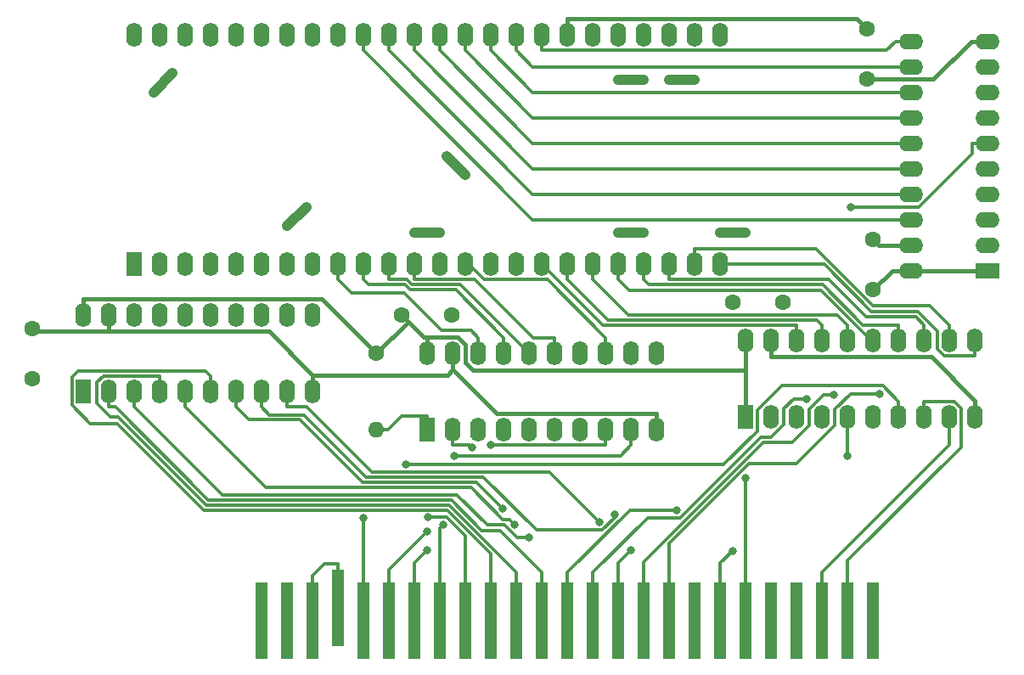
<source format=gtl>
G04 #@! TF.GenerationSoftware,KiCad,Pcbnew,(6.0.9)*
G04 #@! TF.CreationDate,2023-05-01T17:42:55+02:00*
G04 #@! TF.ProjectId,05_Cartucho_MSX_Tang_Nano_9k_Mapper,30355f43-6172-4747-9563-686f5f4d5358,rev?*
G04 #@! TF.SameCoordinates,Original*
G04 #@! TF.FileFunction,Copper,L1,Top*
G04 #@! TF.FilePolarity,Positive*
%FSLAX46Y46*%
G04 Gerber Fmt 4.6, Leading zero omitted, Abs format (unit mm)*
G04 Created by KiCad (PCBNEW (6.0.9)) date 2023-05-01 17:42:55*
%MOMM*%
%LPD*%
G01*
G04 APERTURE LIST*
G04 #@! TA.AperFunction,ComponentPad*
%ADD10C,1.600000*%
G04 #@! TD*
G04 #@! TA.AperFunction,ComponentPad*
%ADD11R,1.600000X2.400000*%
G04 #@! TD*
G04 #@! TA.AperFunction,ComponentPad*
%ADD12O,1.600000X2.400000*%
G04 #@! TD*
G04 #@! TA.AperFunction,SMDPad,CuDef*
%ADD13R,1.270000X7.620000*%
G04 #@! TD*
G04 #@! TA.AperFunction,ComponentPad*
%ADD14O,1.600000X1.600000*%
G04 #@! TD*
G04 #@! TA.AperFunction,ComponentPad*
%ADD15R,2.400000X1.600000*%
G04 #@! TD*
G04 #@! TA.AperFunction,ComponentPad*
%ADD16O,2.400000X1.600000*%
G04 #@! TD*
G04 #@! TA.AperFunction,ViaPad*
%ADD17C,0.800000*%
G04 #@! TD*
G04 #@! TA.AperFunction,Conductor*
%ADD18C,0.450000*%
G04 #@! TD*
G04 #@! TA.AperFunction,Conductor*
%ADD19C,1.000000*%
G04 #@! TD*
G04 #@! TA.AperFunction,Conductor*
%ADD20C,0.300000*%
G04 #@! TD*
G04 APERTURE END LIST*
D10*
X141605000Y-80685000D03*
X141605000Y-85685000D03*
X95250000Y-109220000D03*
X100250000Y-109220000D03*
X58420000Y-115570000D03*
X58420000Y-110570000D03*
D11*
X63505000Y-116840000D03*
D12*
X66045000Y-116840000D03*
X68585000Y-116840000D03*
X71125000Y-116840000D03*
X73665000Y-116840000D03*
X76205000Y-116840000D03*
X78745000Y-116840000D03*
X81285000Y-116840000D03*
X83825000Y-116840000D03*
X86365000Y-116840000D03*
X86365000Y-109220000D03*
X83825000Y-109220000D03*
X81285000Y-109220000D03*
X78745000Y-109220000D03*
X76205000Y-109220000D03*
X73665000Y-109220000D03*
X71125000Y-109220000D03*
X68585000Y-109220000D03*
X66045000Y-109220000D03*
X63505000Y-109220000D03*
D13*
X142240000Y-139700000D03*
X139700000Y-139700000D03*
X137160000Y-139700000D03*
X134620000Y-139700000D03*
X132080000Y-139700000D03*
X129540000Y-139700000D03*
X127000000Y-139700000D03*
X124460000Y-139700000D03*
X121920000Y-139700000D03*
X119380000Y-139700000D03*
X116840000Y-139700000D03*
X114300000Y-139700000D03*
X111760000Y-139700000D03*
X109220000Y-139700000D03*
X106680000Y-139700000D03*
X104140000Y-139700000D03*
X101600000Y-139700000D03*
X99060000Y-139700000D03*
X96520000Y-139700000D03*
X93980000Y-139700000D03*
X91440000Y-139700000D03*
X88900000Y-138430000D03*
X86360000Y-139700000D03*
X83820000Y-139700000D03*
X81280000Y-139700000D03*
D11*
X68580000Y-104140000D03*
D12*
X71120000Y-104140000D03*
X73660000Y-104140000D03*
X76200000Y-104140000D03*
X78740000Y-104140000D03*
X81280000Y-104140000D03*
X83820000Y-104140000D03*
X86360000Y-104140000D03*
X88900000Y-104140000D03*
X91440000Y-104140000D03*
X93980000Y-104140000D03*
X96520000Y-104140000D03*
X99060000Y-104140000D03*
X101600000Y-104140000D03*
X104140000Y-104140000D03*
X106680000Y-104140000D03*
X109220000Y-104140000D03*
X111760000Y-104140000D03*
X114300000Y-104140000D03*
X116840000Y-104140000D03*
X119380000Y-104140000D03*
X121920000Y-104140000D03*
X124460000Y-104140000D03*
X127000000Y-104140000D03*
X127000000Y-81280000D03*
X124460000Y-81280000D03*
X121920000Y-81280000D03*
X119380000Y-81280000D03*
X116840000Y-81280000D03*
X114300000Y-81280000D03*
X111760000Y-81280000D03*
X109220000Y-81280000D03*
X106680000Y-81280000D03*
X104140000Y-81280000D03*
X101600000Y-81280000D03*
X99060000Y-81280000D03*
X96520000Y-81280000D03*
X93980000Y-81280000D03*
X91440000Y-81280000D03*
X88900000Y-81280000D03*
X86360000Y-81280000D03*
X83820000Y-81280000D03*
X81280000Y-81280000D03*
X78740000Y-81280000D03*
X76200000Y-81280000D03*
X73660000Y-81280000D03*
X71120000Y-81280000D03*
X68580000Y-81280000D03*
D11*
X129540000Y-119380000D03*
D12*
X132080000Y-119380000D03*
X134620000Y-119380000D03*
X137160000Y-119380000D03*
X139700000Y-119380000D03*
X142240000Y-119380000D03*
X144780000Y-119380000D03*
X147320000Y-119380000D03*
X149860000Y-119380000D03*
X152400000Y-119380000D03*
X152400000Y-111760000D03*
X149860000Y-111760000D03*
X147320000Y-111760000D03*
X144780000Y-111760000D03*
X142240000Y-111760000D03*
X139700000Y-111760000D03*
X137160000Y-111760000D03*
X134620000Y-111760000D03*
X132080000Y-111760000D03*
X129540000Y-111760000D03*
D10*
X142240000Y-106680000D03*
X142240000Y-101680000D03*
X92710000Y-113030000D03*
D14*
X92710000Y-120650000D03*
D10*
X128270000Y-107950000D03*
X133270000Y-107950000D03*
D11*
X97790000Y-120650000D03*
D12*
X100330000Y-120650000D03*
X102870000Y-120650000D03*
X105410000Y-120650000D03*
X107950000Y-120650000D03*
X110490000Y-120650000D03*
X113030000Y-120650000D03*
X115570000Y-120650000D03*
X118110000Y-120650000D03*
X120650000Y-120650000D03*
X120650000Y-113030000D03*
X118110000Y-113030000D03*
X115570000Y-113030000D03*
X113030000Y-113030000D03*
X110490000Y-113030000D03*
X107950000Y-113030000D03*
X105410000Y-113030000D03*
X102870000Y-113030000D03*
X100330000Y-113030000D03*
X97790000Y-113030000D03*
D15*
X153660000Y-104770000D03*
D16*
X153660000Y-102230000D03*
X153660000Y-99690000D03*
X153660000Y-97150000D03*
X153660000Y-94610000D03*
X153660000Y-92070000D03*
X153660000Y-89530000D03*
X153660000Y-86990000D03*
X153660000Y-84450000D03*
X153660000Y-81910000D03*
X146040000Y-81910000D03*
X146040000Y-84450000D03*
X146040000Y-86990000D03*
X146040000Y-89530000D03*
X146040000Y-92070000D03*
X146040000Y-94610000D03*
X146040000Y-97150000D03*
X146040000Y-99690000D03*
X146040000Y-102230000D03*
X146040000Y-104770000D03*
D17*
X99060000Y-100965000D03*
X119380000Y-100965000D03*
X85725000Y-98425000D03*
X116840000Y-85725000D03*
X99695000Y-93345000D03*
X70485000Y-86995000D03*
X96520000Y-100965000D03*
X127000000Y-100965000D03*
X119380000Y-85725000D03*
X101600000Y-95250000D03*
X121920000Y-85725000D03*
X124460000Y-85725000D03*
X83820000Y-100330000D03*
X72390000Y-85090000D03*
X129540000Y-100965000D03*
X116840000Y-100965000D03*
X129540000Y-125480000D03*
X128237000Y-132729000D03*
X139700000Y-123252000D03*
X95656100Y-124135000D03*
X91440000Y-129491000D03*
X102295000Y-122458000D03*
X97868000Y-129396000D03*
X99388300Y-130154000D03*
X97790000Y-132697000D03*
X104148000Y-122200000D03*
X97757900Y-130807000D03*
X100497000Y-123235000D03*
X107950000Y-131427000D03*
X106532000Y-130145000D03*
X105329000Y-128505000D03*
X118110000Y-132697000D03*
X116464000Y-129105000D03*
X114932000Y-129900000D03*
X142913000Y-117051000D03*
X138324000Y-117143000D03*
X140009000Y-98441400D03*
X135606000Y-117593000D03*
X122675000Y-128659000D03*
D18*
X102358000Y-114685000D02*
X101600000Y-113927000D01*
X95885000Y-109855000D02*
X92710000Y-113030000D01*
X97790000Y-113030000D02*
X97790000Y-111405000D01*
X101600000Y-112154000D02*
X100851000Y-111405000D01*
X97790000Y-111405000D02*
X97434900Y-111405000D01*
X144150000Y-104770000D02*
X142240000Y-106680000D01*
X87274900Y-107595000D02*
X63505000Y-107595000D01*
X129540000Y-114685000D02*
X129540000Y-111760000D01*
X146040000Y-104770000D02*
X144150000Y-104770000D01*
X101600000Y-113927000D02*
X101600000Y-112154000D01*
X95885000Y-109855000D02*
X95250000Y-109220000D01*
X63505000Y-107595000D02*
X63505000Y-109220000D01*
X153660000Y-104770000D02*
X146040000Y-104770000D01*
X97434900Y-111405000D02*
X95885000Y-109855000D01*
X100851000Y-111405000D02*
X97790000Y-111405000D01*
X92710000Y-113030000D02*
X87274900Y-107595000D01*
X129540000Y-114685000D02*
X102358000Y-114685000D01*
X129540000Y-119380000D02*
X129540000Y-114685000D01*
D19*
X96520000Y-100965000D02*
X99060000Y-100965000D01*
X121920000Y-85725000D02*
X124460000Y-85725000D01*
D18*
X142790000Y-102230000D02*
X142240000Y-101680000D01*
X100330000Y-114655000D02*
X99770200Y-115215000D01*
X81995300Y-110845000D02*
X86365000Y-115215000D01*
D19*
X99695000Y-93345000D02*
X101600000Y-95250000D01*
D18*
X86365000Y-116840000D02*
X86365000Y-115215000D01*
X66045000Y-109220000D02*
X66045000Y-110845000D01*
X120650000Y-119025000D02*
X104700000Y-119025000D01*
D19*
X119380000Y-85725000D02*
X116840000Y-85725000D01*
D18*
X152400000Y-119380000D02*
X152400000Y-117755000D01*
D19*
X127000000Y-100965000D02*
X129540000Y-100965000D01*
X116840000Y-100965000D02*
X119380000Y-100965000D01*
X83820000Y-100330000D02*
X85725000Y-98425000D01*
X70485000Y-86995000D02*
X72390000Y-85090000D01*
D18*
X148260000Y-85685000D02*
X152035000Y-81910000D01*
X58695100Y-110845000D02*
X58420000Y-110570000D01*
X152400000Y-117755000D02*
X148030000Y-113385000D01*
X99770200Y-115215000D02*
X86365000Y-115215000D01*
X66045000Y-110845000D02*
X58695100Y-110845000D01*
X132080000Y-113385000D02*
X132080000Y-111760000D01*
X152035000Y-81910000D02*
X153660000Y-81910000D01*
X104700000Y-119025000D02*
X100330000Y-114655000D01*
X146040000Y-102230000D02*
X142790000Y-102230000D01*
X120650000Y-120650000D02*
X120650000Y-119025000D01*
X148030000Y-113385000D02*
X132080000Y-113385000D01*
X141605000Y-85685000D02*
X148260000Y-85685000D01*
X66045000Y-110845000D02*
X81995300Y-110845000D01*
X100330000Y-113030000D02*
X100330000Y-114655000D01*
X111760000Y-79654900D02*
X140575000Y-79654900D01*
X111760000Y-81280000D02*
X111760000Y-79654900D01*
X140575000Y-79654900D02*
X141605000Y-80685000D01*
D20*
X87544900Y-133985000D02*
X88900000Y-133985000D01*
X88900000Y-133985000D02*
X88900000Y-138430000D01*
X86360000Y-135170000D02*
X87544900Y-133985000D01*
X86360000Y-139700000D02*
X86360000Y-135170000D01*
X109220000Y-134885000D02*
X105016000Y-130680000D01*
X100192000Y-127646000D02*
X75939800Y-127646000D01*
X75939800Y-127646000D02*
X66684400Y-118390000D01*
X105016000Y-130680000D02*
X103227000Y-130680000D01*
X103227000Y-130680000D02*
X100192000Y-127646000D01*
X66045000Y-118390000D02*
X66045000Y-116840000D01*
X109220000Y-139700000D02*
X109220000Y-134885000D01*
X66684400Y-118390000D02*
X66045000Y-118390000D01*
X129540000Y-139700000D02*
X129540000Y-125480000D01*
X128237000Y-132729000D02*
X127000000Y-133967000D01*
X127000000Y-133967000D02*
X127000000Y-139700000D01*
X139700000Y-119380000D02*
X139700000Y-123252000D01*
X127348000Y-124135000D02*
X95656100Y-124135000D01*
X130690000Y-118716000D02*
X130690000Y-120793000D01*
X144780000Y-117830000D02*
X143226000Y-116276000D01*
X143226000Y-116276000D02*
X133130000Y-116276000D01*
X91440000Y-129491000D02*
X91440000Y-139700000D01*
X130690000Y-120793000D02*
X127348000Y-124135000D01*
X144780000Y-119380000D02*
X144780000Y-117830000D01*
X133130000Y-116276000D02*
X130690000Y-118716000D01*
X100330000Y-122200000D02*
X102036000Y-122200000D01*
X102036000Y-122200000D02*
X102295000Y-122458000D01*
X100330000Y-120650000D02*
X100330000Y-122200000D01*
X99746100Y-129396000D02*
X97868000Y-129396000D01*
X101600000Y-131250000D02*
X99746100Y-129396000D01*
X101600000Y-139700000D02*
X101600000Y-131250000D01*
X99060000Y-139700000D02*
X99060000Y-130482000D01*
X99060000Y-130482000D02*
X99388300Y-130154000D01*
X96520000Y-133967000D02*
X96520000Y-139700000D01*
X97790000Y-132697000D02*
X96520000Y-133967000D01*
X115570000Y-122200000D02*
X104148000Y-122200000D01*
X115570000Y-120650000D02*
X115570000Y-122200000D01*
X93980000Y-134585000D02*
X93980000Y-139700000D01*
X97757900Y-130807000D02*
X93980000Y-134585000D01*
X117075000Y-123235000D02*
X100497000Y-123235000D01*
X118110000Y-120650000D02*
X118110000Y-122200000D01*
X118110000Y-122200000D02*
X117075000Y-123235000D01*
X77340300Y-127145000D02*
X100753000Y-127145000D01*
X100753000Y-127145000D02*
X103752000Y-130145000D01*
X105472000Y-130145000D02*
X106754000Y-131427000D01*
X103752000Y-130145000D02*
X105472000Y-130145000D01*
X106754000Y-131427000D02*
X107950000Y-131427000D01*
X68585000Y-118390000D02*
X77340300Y-127145000D01*
X68585000Y-116840000D02*
X68585000Y-118390000D01*
X106680000Y-139700000D02*
X106680000Y-134841000D01*
X64869100Y-115932000D02*
X65510900Y-115290000D01*
X106680000Y-134841000D02*
X99984900Y-128146000D01*
X65510900Y-115290000D02*
X71125000Y-115290000D01*
X66219500Y-119340000D02*
X64869100Y-117989000D01*
X64869100Y-117989000D02*
X64869100Y-115932000D01*
X75732700Y-128146000D02*
X66926700Y-119340000D01*
X71125000Y-115290000D02*
X71125000Y-116840000D01*
X99984900Y-128146000D02*
X75732700Y-128146000D01*
X66926700Y-119340000D02*
X66219500Y-119340000D01*
X106015000Y-129627000D02*
X105345000Y-129627000D01*
X73665000Y-118390000D02*
X73665000Y-116840000D01*
X102144000Y-126427000D02*
X81701600Y-126427000D01*
X106532000Y-130145000D02*
X106015000Y-129627000D01*
X105345000Y-129627000D02*
X102144000Y-126427000D01*
X81701600Y-126427000D02*
X73665000Y-118390000D01*
X75525600Y-128646000D02*
X99777600Y-128646000D01*
X62354500Y-115414000D02*
X62354500Y-118198000D01*
X76205000Y-116840000D02*
X76205000Y-115290000D01*
X62354500Y-118198000D02*
X64173000Y-120017000D01*
X76205000Y-115290000D02*
X75696300Y-114781000D01*
X62987400Y-114781000D02*
X62354500Y-115414000D01*
X99777600Y-128646000D02*
X104140000Y-133008000D01*
X75696300Y-114781000D02*
X62987400Y-114781000D01*
X64173000Y-120017000D02*
X66896500Y-120017000D01*
X104140000Y-133008000D02*
X104140000Y-139700000D01*
X66896500Y-120017000D02*
X75525600Y-128646000D01*
X78745000Y-118390000D02*
X78745000Y-116840000D01*
X91329800Y-125895000D02*
X85099500Y-119665000D01*
X80019700Y-119665000D02*
X78745000Y-118390000D01*
X102719000Y-125895000D02*
X91329800Y-125895000D01*
X85099500Y-119665000D02*
X80019700Y-119665000D01*
X105329000Y-128505000D02*
X102719000Y-125895000D01*
X103379000Y-125395000D02*
X91721500Y-125395000D01*
X91721500Y-125395000D02*
X85491100Y-119165000D01*
X115219000Y-130673000D02*
X108657000Y-130673000D01*
X85491100Y-119165000D02*
X82059500Y-119165000D01*
X116464000Y-129105000D02*
X116464000Y-129429000D01*
X82059500Y-119165000D02*
X81285000Y-118390000D01*
X116464000Y-129429000D02*
X115219000Y-130673000D01*
X116840000Y-133967000D02*
X118110000Y-132697000D01*
X116840000Y-139700000D02*
X116840000Y-133967000D01*
X81285000Y-118390000D02*
X81285000Y-116840000D01*
X108657000Y-130673000D02*
X103379000Y-125395000D01*
X85777300Y-118390000D02*
X92282100Y-124895000D01*
X109927000Y-124895000D02*
X114932000Y-129900000D01*
X83825000Y-116840000D02*
X83825000Y-118390000D01*
X92282100Y-124895000D02*
X109927000Y-124895000D01*
X83825000Y-118390000D02*
X85777300Y-118390000D01*
X129904000Y-124024000D02*
X134607000Y-124024000D01*
X134607000Y-124024000D02*
X138430000Y-120201000D01*
X139991000Y-117051000D02*
X142913000Y-117051000D01*
X138430000Y-118612000D02*
X139991000Y-117051000D01*
X121920000Y-132009000D02*
X129904000Y-124024000D01*
X138430000Y-120201000D02*
X138430000Y-118612000D01*
X121920000Y-139700000D02*
X121920000Y-132009000D01*
X119380000Y-133842000D02*
X119380000Y-139700000D01*
X131291000Y-121931000D02*
X119380000Y-133842000D01*
X135890000Y-120197000D02*
X134157000Y-121931000D01*
X137350000Y-117143000D02*
X135890000Y-118603000D01*
X134157000Y-121931000D02*
X131291000Y-121931000D01*
X138324000Y-117143000D02*
X137350000Y-117143000D01*
X135890000Y-118603000D02*
X135890000Y-120197000D01*
X152110000Y-92070000D02*
X152110000Y-93135700D01*
X146804000Y-98441400D02*
X140009000Y-98441400D01*
X153660000Y-92070000D02*
X152110000Y-92070000D01*
X152110000Y-93135700D02*
X146804000Y-98441400D01*
X133350000Y-118558000D02*
X134314000Y-117593000D01*
X123031000Y-129409000D02*
X131010000Y-121430000D01*
X134314000Y-117593000D02*
X135606000Y-117593000D01*
X132068000Y-121430000D02*
X133350000Y-120149000D01*
X114300000Y-139700000D02*
X114300000Y-134887000D01*
X119778000Y-129409000D02*
X123031000Y-129409000D01*
X114300000Y-134887000D02*
X119778000Y-129409000D01*
X131010000Y-121430000D02*
X132068000Y-121430000D01*
X133350000Y-120149000D02*
X133350000Y-118558000D01*
X117973000Y-128659000D02*
X122675000Y-128659000D01*
X111760000Y-139700000D02*
X111760000Y-134872000D01*
X111760000Y-134872000D02*
X117973000Y-128659000D01*
X97790000Y-119307000D02*
X97790000Y-120650000D01*
X95203100Y-119307000D02*
X97790000Y-119307000D01*
X92710000Y-120650000D02*
X93860100Y-120650000D01*
X93860100Y-120650000D02*
X95203100Y-119307000D01*
X149860000Y-119380000D02*
X149860000Y-122173000D01*
X149860000Y-122173000D02*
X137160000Y-134873000D01*
X137160000Y-134873000D02*
X137160000Y-139700000D01*
X147320000Y-117830000D02*
X150350000Y-117830000D01*
X147320000Y-119380000D02*
X147320000Y-117830000D01*
X150350000Y-117830000D02*
X151030000Y-118510000D01*
X151030000Y-122383000D02*
X139700000Y-133713000D01*
X139700000Y-133713000D02*
X139700000Y-139700000D01*
X151030000Y-118510000D02*
X151030000Y-122383000D01*
X143570000Y-82830100D02*
X144490000Y-81910000D01*
X109220000Y-82830100D02*
X143570000Y-82830100D01*
X144490000Y-81910000D02*
X146040000Y-81910000D01*
X109220000Y-81280000D02*
X109220000Y-82830100D01*
X106680000Y-82830100D02*
X106680000Y-81280000D01*
X108300000Y-84450000D02*
X106680000Y-82830100D01*
X146040000Y-84450000D02*
X108300000Y-84450000D01*
X104140000Y-82830100D02*
X104140000Y-81280000D01*
X108300000Y-86990000D02*
X104140000Y-82830100D01*
X146040000Y-86990000D02*
X108300000Y-86990000D01*
X146040000Y-89530000D02*
X108300000Y-89530000D01*
X108300000Y-89530000D02*
X101600000Y-82830100D01*
X101600000Y-82830100D02*
X101600000Y-81280000D01*
X108300000Y-92070000D02*
X99060000Y-82830100D01*
X146040000Y-92070000D02*
X108300000Y-92070000D01*
X99060000Y-82830100D02*
X99060000Y-81280000D01*
X96520000Y-82830100D02*
X96520000Y-81280000D01*
X146040000Y-94610000D02*
X108300000Y-94610000D01*
X108300000Y-94610000D02*
X96520000Y-82830100D01*
X146040000Y-97150000D02*
X108300000Y-97150000D01*
X108300000Y-97150000D02*
X93980000Y-82830100D01*
X93980000Y-82830100D02*
X93980000Y-81280000D01*
X108300000Y-99690000D02*
X91440000Y-82830100D01*
X146040000Y-99690000D02*
X108300000Y-99690000D01*
X91440000Y-82830100D02*
X91440000Y-81280000D01*
X148658000Y-112605000D02*
X148658000Y-110840000D01*
X146679000Y-108861000D02*
X142088000Y-108861000D01*
X137366000Y-104140000D02*
X127000000Y-104140000D01*
X152400000Y-111760000D02*
X152400000Y-113310000D01*
X152400000Y-113310000D02*
X149362000Y-113310000D01*
X142088000Y-108861000D02*
X137366000Y-104140000D01*
X148658000Y-110840000D02*
X146679000Y-108861000D01*
X149362000Y-113310000D02*
X148658000Y-112605000D01*
X136524000Y-102590000D02*
X124460000Y-102590000D01*
X149860000Y-111760000D02*
X149860000Y-110210000D01*
X124460000Y-102590000D02*
X124460000Y-104140000D01*
X142206000Y-108273000D02*
X136524000Y-102590000D01*
X147923000Y-108273000D02*
X142206000Y-108273000D01*
X149860000Y-110210000D02*
X147923000Y-108273000D01*
X137824000Y-105690000D02*
X141556000Y-109422000D01*
X146532000Y-109422000D02*
X147320000Y-110210000D01*
X141556000Y-109422000D02*
X146532000Y-109422000D01*
X121920000Y-105690000D02*
X137824000Y-105690000D01*
X121920000Y-104140000D02*
X121920000Y-105690000D01*
X147320000Y-110210000D02*
X147320000Y-111760000D01*
X137203000Y-106190000D02*
X141222000Y-110210000D01*
X119380000Y-104140000D02*
X119380000Y-105690000D01*
X119880000Y-106190000D02*
X137203000Y-106190000D01*
X141222000Y-110210000D02*
X144780000Y-110210000D01*
X119380000Y-105690000D02*
X119880000Y-106190000D01*
X144780000Y-110210000D02*
X144780000Y-111760000D01*
X116840000Y-104140000D02*
X116840000Y-105690000D01*
X116840000Y-105690000D02*
X117904000Y-106754000D01*
X137059000Y-106754000D02*
X142065000Y-111760000D01*
X117904000Y-106754000D02*
X137059000Y-106754000D01*
X142065000Y-111760000D02*
X142240000Y-111760000D01*
X114300000Y-105690000D02*
X114300000Y-104140000D01*
X138700000Y-109210000D02*
X117820000Y-109210000D01*
X139700000Y-110210000D02*
X138700000Y-109210000D01*
X139700000Y-111760000D02*
X139700000Y-110210000D01*
X117820000Y-109210000D02*
X114300000Y-105690000D01*
X111760000Y-104140000D02*
X111760000Y-105690000D01*
X115780000Y-109710000D02*
X136660000Y-109710000D01*
X136660000Y-109710000D02*
X137160000Y-110210000D01*
X137160000Y-110210000D02*
X137160000Y-111760000D01*
X111760000Y-105690000D02*
X115780000Y-109710000D01*
X115290000Y-110210000D02*
X134620000Y-110210000D01*
X109220000Y-104140000D02*
X115290000Y-110210000D01*
X134620000Y-110210000D02*
X134620000Y-111760000D01*
X115570000Y-111480000D02*
X109780000Y-105690000D01*
X115570000Y-113030000D02*
X115570000Y-111480000D01*
X103490000Y-105690000D02*
X101940000Y-104140000D01*
X109780000Y-105690000D02*
X103490000Y-105690000D01*
X101940000Y-104140000D02*
X101600000Y-104140000D01*
X110490000Y-111480000D02*
X110490000Y-113030000D01*
X108322000Y-111480000D02*
X110490000Y-111480000D01*
X102533000Y-105690000D02*
X108322000Y-111480000D01*
X96520000Y-105690000D02*
X102533000Y-105690000D01*
X96520000Y-104140000D02*
X96520000Y-105690000D01*
X101110000Y-106190000D02*
X107950000Y-113030000D01*
X95769800Y-105690000D02*
X96269900Y-106190000D01*
X93980000Y-104140000D02*
X93980000Y-105690000D01*
X93980000Y-105690000D02*
X95769800Y-105690000D01*
X96269900Y-106190000D02*
X101110000Y-106190000D01*
X96062700Y-106690000D02*
X100620000Y-106690000D01*
X91440000Y-105690000D02*
X91940100Y-106190000D01*
X105410000Y-111480000D02*
X105410000Y-113030000D01*
X91940100Y-106190000D02*
X95562600Y-106190000D01*
X91440000Y-104140000D02*
X91440000Y-105690000D01*
X95562600Y-106190000D02*
X96062700Y-106690000D01*
X100620000Y-106690000D02*
X105410000Y-111480000D01*
X102870000Y-113030000D02*
X102870000Y-111480000D01*
X88900000Y-105690000D02*
X88900000Y-104140000D01*
X102870000Y-111480000D02*
X102167000Y-110777000D01*
X95456800Y-107020000D02*
X90229600Y-107020000D01*
X99213900Y-110777000D02*
X95456800Y-107020000D01*
X102167000Y-110777000D02*
X99213900Y-110777000D01*
X90229600Y-107020000D02*
X88900000Y-105690000D01*
M02*

</source>
